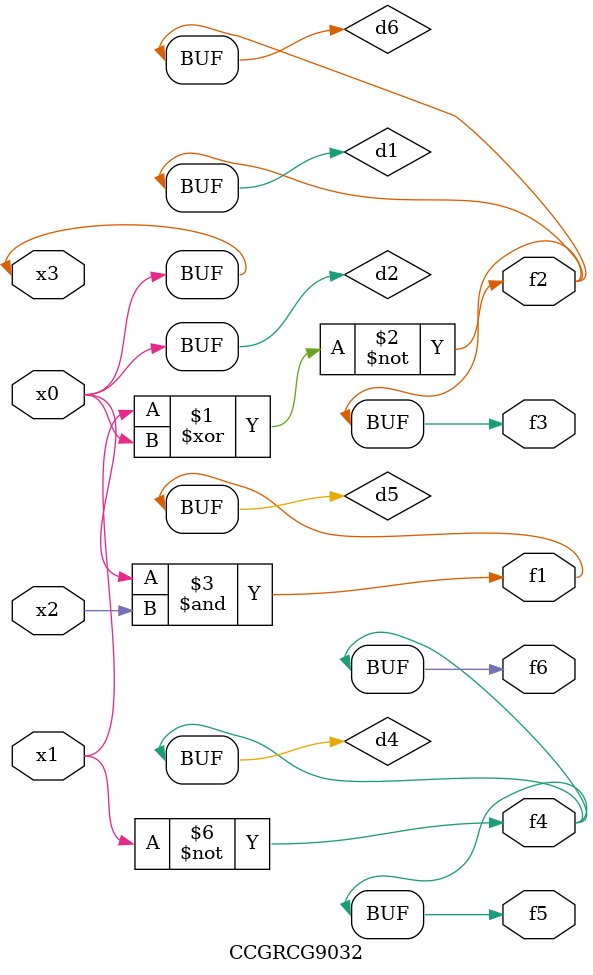
<source format=v>
module CCGRCG9032(
	input x0, x1, x2, x3,
	output f1, f2, f3, f4, f5, f6
);

	wire d1, d2, d3, d4, d5, d6;

	xnor (d1, x1, x3);
	buf (d2, x0, x3);
	nand (d3, x0, x2);
	not (d4, x1);
	nand (d5, d3);
	or (d6, d1);
	assign f1 = d5;
	assign f2 = d6;
	assign f3 = d6;
	assign f4 = d4;
	assign f5 = d4;
	assign f6 = d4;
endmodule

</source>
